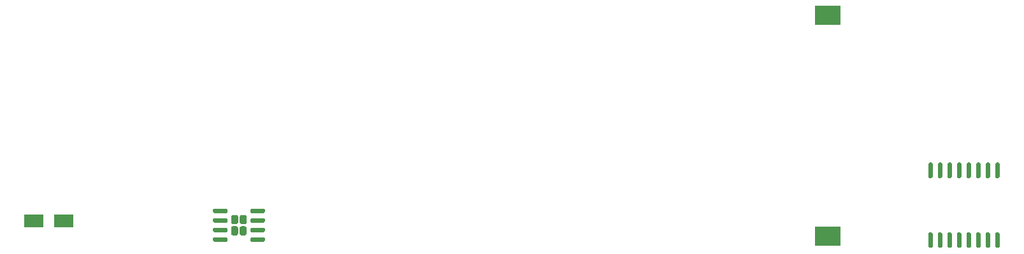
<source format=gbr>
%TF.GenerationSoftware,KiCad,Pcbnew,5.1.9+dfsg1-1+deb11u1*%
%TF.CreationDate,2023-01-26T22:17:51+08:00*%
%TF.ProjectId,OpenNixie,4f70656e-4e69-4786-9965-2e6b69636164,rev?*%
%TF.SameCoordinates,Original*%
%TF.FileFunction,Paste,Top*%
%TF.FilePolarity,Positive*%
%FSLAX46Y46*%
G04 Gerber Fmt 4.6, Leading zero omitted, Abs format (unit mm)*
G04 Created by KiCad (PCBNEW 5.1.9+dfsg1-1+deb11u1) date 2023-01-26 22:17:51*
%MOMM*%
%LPD*%
G01*
G04 APERTURE LIST*
%ADD10R,2.500000X1.800000*%
%ADD11R,3.510000X2.540000*%
G04 APERTURE END LIST*
%TO.C,U4*%
G36*
G01*
X251745000Y-171525000D02*
X252045000Y-171525000D01*
G75*
G02*
X252195000Y-171675000I0J-150000D01*
G01*
X252195000Y-173425000D01*
G75*
G02*
X252045000Y-173575000I-150000J0D01*
G01*
X251745000Y-173575000D01*
G75*
G02*
X251595000Y-173425000I0J150000D01*
G01*
X251595000Y-171675000D01*
G75*
G02*
X251745000Y-171525000I150000J0D01*
G01*
G37*
G36*
G01*
X250475000Y-171525000D02*
X250775000Y-171525000D01*
G75*
G02*
X250925000Y-171675000I0J-150000D01*
G01*
X250925000Y-173425000D01*
G75*
G02*
X250775000Y-173575000I-150000J0D01*
G01*
X250475000Y-173575000D01*
G75*
G02*
X250325000Y-173425000I0J150000D01*
G01*
X250325000Y-171675000D01*
G75*
G02*
X250475000Y-171525000I150000J0D01*
G01*
G37*
G36*
G01*
X249205000Y-171525000D02*
X249505000Y-171525000D01*
G75*
G02*
X249655000Y-171675000I0J-150000D01*
G01*
X249655000Y-173425000D01*
G75*
G02*
X249505000Y-173575000I-150000J0D01*
G01*
X249205000Y-173575000D01*
G75*
G02*
X249055000Y-173425000I0J150000D01*
G01*
X249055000Y-171675000D01*
G75*
G02*
X249205000Y-171525000I150000J0D01*
G01*
G37*
G36*
G01*
X247935000Y-171525000D02*
X248235000Y-171525000D01*
G75*
G02*
X248385000Y-171675000I0J-150000D01*
G01*
X248385000Y-173425000D01*
G75*
G02*
X248235000Y-173575000I-150000J0D01*
G01*
X247935000Y-173575000D01*
G75*
G02*
X247785000Y-173425000I0J150000D01*
G01*
X247785000Y-171675000D01*
G75*
G02*
X247935000Y-171525000I150000J0D01*
G01*
G37*
G36*
G01*
X246665000Y-171525000D02*
X246965000Y-171525000D01*
G75*
G02*
X247115000Y-171675000I0J-150000D01*
G01*
X247115000Y-173425000D01*
G75*
G02*
X246965000Y-173575000I-150000J0D01*
G01*
X246665000Y-173575000D01*
G75*
G02*
X246515000Y-173425000I0J150000D01*
G01*
X246515000Y-171675000D01*
G75*
G02*
X246665000Y-171525000I150000J0D01*
G01*
G37*
G36*
G01*
X245395000Y-171525000D02*
X245695000Y-171525000D01*
G75*
G02*
X245845000Y-171675000I0J-150000D01*
G01*
X245845000Y-173425000D01*
G75*
G02*
X245695000Y-173575000I-150000J0D01*
G01*
X245395000Y-173575000D01*
G75*
G02*
X245245000Y-173425000I0J150000D01*
G01*
X245245000Y-171675000D01*
G75*
G02*
X245395000Y-171525000I150000J0D01*
G01*
G37*
G36*
G01*
X244125000Y-171525000D02*
X244425000Y-171525000D01*
G75*
G02*
X244575000Y-171675000I0J-150000D01*
G01*
X244575000Y-173425000D01*
G75*
G02*
X244425000Y-173575000I-150000J0D01*
G01*
X244125000Y-173575000D01*
G75*
G02*
X243975000Y-173425000I0J150000D01*
G01*
X243975000Y-171675000D01*
G75*
G02*
X244125000Y-171525000I150000J0D01*
G01*
G37*
G36*
G01*
X242855000Y-171525000D02*
X243155000Y-171525000D01*
G75*
G02*
X243305000Y-171675000I0J-150000D01*
G01*
X243305000Y-173425000D01*
G75*
G02*
X243155000Y-173575000I-150000J0D01*
G01*
X242855000Y-173575000D01*
G75*
G02*
X242705000Y-173425000I0J150000D01*
G01*
X242705000Y-171675000D01*
G75*
G02*
X242855000Y-171525000I150000J0D01*
G01*
G37*
G36*
G01*
X242855000Y-180825000D02*
X243155000Y-180825000D01*
G75*
G02*
X243305000Y-180975000I0J-150000D01*
G01*
X243305000Y-182725000D01*
G75*
G02*
X243155000Y-182875000I-150000J0D01*
G01*
X242855000Y-182875000D01*
G75*
G02*
X242705000Y-182725000I0J150000D01*
G01*
X242705000Y-180975000D01*
G75*
G02*
X242855000Y-180825000I150000J0D01*
G01*
G37*
G36*
G01*
X244125000Y-180825000D02*
X244425000Y-180825000D01*
G75*
G02*
X244575000Y-180975000I0J-150000D01*
G01*
X244575000Y-182725000D01*
G75*
G02*
X244425000Y-182875000I-150000J0D01*
G01*
X244125000Y-182875000D01*
G75*
G02*
X243975000Y-182725000I0J150000D01*
G01*
X243975000Y-180975000D01*
G75*
G02*
X244125000Y-180825000I150000J0D01*
G01*
G37*
G36*
G01*
X245395000Y-180825000D02*
X245695000Y-180825000D01*
G75*
G02*
X245845000Y-180975000I0J-150000D01*
G01*
X245845000Y-182725000D01*
G75*
G02*
X245695000Y-182875000I-150000J0D01*
G01*
X245395000Y-182875000D01*
G75*
G02*
X245245000Y-182725000I0J150000D01*
G01*
X245245000Y-180975000D01*
G75*
G02*
X245395000Y-180825000I150000J0D01*
G01*
G37*
G36*
G01*
X246665000Y-180825000D02*
X246965000Y-180825000D01*
G75*
G02*
X247115000Y-180975000I0J-150000D01*
G01*
X247115000Y-182725000D01*
G75*
G02*
X246965000Y-182875000I-150000J0D01*
G01*
X246665000Y-182875000D01*
G75*
G02*
X246515000Y-182725000I0J150000D01*
G01*
X246515000Y-180975000D01*
G75*
G02*
X246665000Y-180825000I150000J0D01*
G01*
G37*
G36*
G01*
X247935000Y-180825000D02*
X248235000Y-180825000D01*
G75*
G02*
X248385000Y-180975000I0J-150000D01*
G01*
X248385000Y-182725000D01*
G75*
G02*
X248235000Y-182875000I-150000J0D01*
G01*
X247935000Y-182875000D01*
G75*
G02*
X247785000Y-182725000I0J150000D01*
G01*
X247785000Y-180975000D01*
G75*
G02*
X247935000Y-180825000I150000J0D01*
G01*
G37*
G36*
G01*
X249205000Y-180825000D02*
X249505000Y-180825000D01*
G75*
G02*
X249655000Y-180975000I0J-150000D01*
G01*
X249655000Y-182725000D01*
G75*
G02*
X249505000Y-182875000I-150000J0D01*
G01*
X249205000Y-182875000D01*
G75*
G02*
X249055000Y-182725000I0J150000D01*
G01*
X249055000Y-180975000D01*
G75*
G02*
X249205000Y-180825000I150000J0D01*
G01*
G37*
G36*
G01*
X250475000Y-180825000D02*
X250775000Y-180825000D01*
G75*
G02*
X250925000Y-180975000I0J-150000D01*
G01*
X250925000Y-182725000D01*
G75*
G02*
X250775000Y-182875000I-150000J0D01*
G01*
X250475000Y-182875000D01*
G75*
G02*
X250325000Y-182725000I0J150000D01*
G01*
X250325000Y-180975000D01*
G75*
G02*
X250475000Y-180825000I150000J0D01*
G01*
G37*
G36*
G01*
X251745000Y-180825000D02*
X252045000Y-180825000D01*
G75*
G02*
X252195000Y-180975000I0J-150000D01*
G01*
X252195000Y-182725000D01*
G75*
G02*
X252045000Y-182875000I-150000J0D01*
G01*
X251745000Y-182875000D01*
G75*
G02*
X251595000Y-182725000I0J150000D01*
G01*
X251595000Y-180975000D01*
G75*
G02*
X251745000Y-180825000I150000J0D01*
G01*
G37*
%TD*%
%TO.C,U3*%
G36*
G01*
X147650000Y-178095000D02*
X147650000Y-177795000D01*
G75*
G02*
X147800000Y-177645000I150000J0D01*
G01*
X149450000Y-177645000D01*
G75*
G02*
X149600000Y-177795000I0J-150000D01*
G01*
X149600000Y-178095000D01*
G75*
G02*
X149450000Y-178245000I-150000J0D01*
G01*
X147800000Y-178245000D01*
G75*
G02*
X147650000Y-178095000I0J150000D01*
G01*
G37*
G36*
G01*
X147650000Y-179365000D02*
X147650000Y-179065000D01*
G75*
G02*
X147800000Y-178915000I150000J0D01*
G01*
X149450000Y-178915000D01*
G75*
G02*
X149600000Y-179065000I0J-150000D01*
G01*
X149600000Y-179365000D01*
G75*
G02*
X149450000Y-179515000I-150000J0D01*
G01*
X147800000Y-179515000D01*
G75*
G02*
X147650000Y-179365000I0J150000D01*
G01*
G37*
G36*
G01*
X147650000Y-180635000D02*
X147650000Y-180335000D01*
G75*
G02*
X147800000Y-180185000I150000J0D01*
G01*
X149450000Y-180185000D01*
G75*
G02*
X149600000Y-180335000I0J-150000D01*
G01*
X149600000Y-180635000D01*
G75*
G02*
X149450000Y-180785000I-150000J0D01*
G01*
X147800000Y-180785000D01*
G75*
G02*
X147650000Y-180635000I0J150000D01*
G01*
G37*
G36*
G01*
X147650000Y-181905000D02*
X147650000Y-181605000D01*
G75*
G02*
X147800000Y-181455000I150000J0D01*
G01*
X149450000Y-181455000D01*
G75*
G02*
X149600000Y-181605000I0J-150000D01*
G01*
X149600000Y-181905000D01*
G75*
G02*
X149450000Y-182055000I-150000J0D01*
G01*
X147800000Y-182055000D01*
G75*
G02*
X147650000Y-181905000I0J150000D01*
G01*
G37*
G36*
G01*
X152600000Y-181905000D02*
X152600000Y-181605000D01*
G75*
G02*
X152750000Y-181455000I150000J0D01*
G01*
X154400000Y-181455000D01*
G75*
G02*
X154550000Y-181605000I0J-150000D01*
G01*
X154550000Y-181905000D01*
G75*
G02*
X154400000Y-182055000I-150000J0D01*
G01*
X152750000Y-182055000D01*
G75*
G02*
X152600000Y-181905000I0J150000D01*
G01*
G37*
G36*
G01*
X152600000Y-180635000D02*
X152600000Y-180335000D01*
G75*
G02*
X152750000Y-180185000I150000J0D01*
G01*
X154400000Y-180185000D01*
G75*
G02*
X154550000Y-180335000I0J-150000D01*
G01*
X154550000Y-180635000D01*
G75*
G02*
X154400000Y-180785000I-150000J0D01*
G01*
X152750000Y-180785000D01*
G75*
G02*
X152600000Y-180635000I0J150000D01*
G01*
G37*
G36*
G01*
X152600000Y-179365000D02*
X152600000Y-179065000D01*
G75*
G02*
X152750000Y-178915000I150000J0D01*
G01*
X154400000Y-178915000D01*
G75*
G02*
X154550000Y-179065000I0J-150000D01*
G01*
X154550000Y-179365000D01*
G75*
G02*
X154400000Y-179515000I-150000J0D01*
G01*
X152750000Y-179515000D01*
G75*
G02*
X152600000Y-179365000I0J150000D01*
G01*
G37*
G36*
G01*
X152600000Y-178095000D02*
X152600000Y-177795000D01*
G75*
G02*
X152750000Y-177645000I150000J0D01*
G01*
X154400000Y-177645000D01*
G75*
G02*
X154550000Y-177795000I0J-150000D01*
G01*
X154550000Y-178095000D01*
G75*
G02*
X154400000Y-178245000I-150000J0D01*
G01*
X152750000Y-178245000D01*
G75*
G02*
X152600000Y-178095000I0J150000D01*
G01*
G37*
G36*
G01*
X150070000Y-179475000D02*
X150070000Y-178725000D01*
G75*
G02*
X150300000Y-178495000I230000J0D01*
G01*
X150760000Y-178495000D01*
G75*
G02*
X150990000Y-178725000I0J-230000D01*
G01*
X150990000Y-179475000D01*
G75*
G02*
X150760000Y-179705000I-230000J0D01*
G01*
X150300000Y-179705000D01*
G75*
G02*
X150070000Y-179475000I0J230000D01*
G01*
G37*
G36*
G01*
X150070000Y-180975000D02*
X150070000Y-180225000D01*
G75*
G02*
X150300000Y-179995000I230000J0D01*
G01*
X150760000Y-179995000D01*
G75*
G02*
X150990000Y-180225000I0J-230000D01*
G01*
X150990000Y-180975000D01*
G75*
G02*
X150760000Y-181205000I-230000J0D01*
G01*
X150300000Y-181205000D01*
G75*
G02*
X150070000Y-180975000I0J230000D01*
G01*
G37*
G36*
G01*
X151210000Y-179475000D02*
X151210000Y-178725000D01*
G75*
G02*
X151440000Y-178495000I230000J0D01*
G01*
X151900000Y-178495000D01*
G75*
G02*
X152130000Y-178725000I0J-230000D01*
G01*
X152130000Y-179475000D01*
G75*
G02*
X151900000Y-179705000I-230000J0D01*
G01*
X151440000Y-179705000D01*
G75*
G02*
X151210000Y-179475000I0J230000D01*
G01*
G37*
G36*
G01*
X151210000Y-180975000D02*
X151210000Y-180225000D01*
G75*
G02*
X151440000Y-179995000I230000J0D01*
G01*
X151900000Y-179995000D01*
G75*
G02*
X152130000Y-180225000I0J-230000D01*
G01*
X152130000Y-180975000D01*
G75*
G02*
X151900000Y-181205000I-230000J0D01*
G01*
X151440000Y-181205000D01*
G75*
G02*
X151210000Y-180975000I0J230000D01*
G01*
G37*
%TD*%
D10*
%TO.C,D2*%
X127850000Y-179250000D03*
X123850000Y-179250000D03*
%TD*%
D11*
%TO.C,BT1*%
X229300000Y-181330000D03*
X229300000Y-151970000D03*
%TD*%
M02*

</source>
